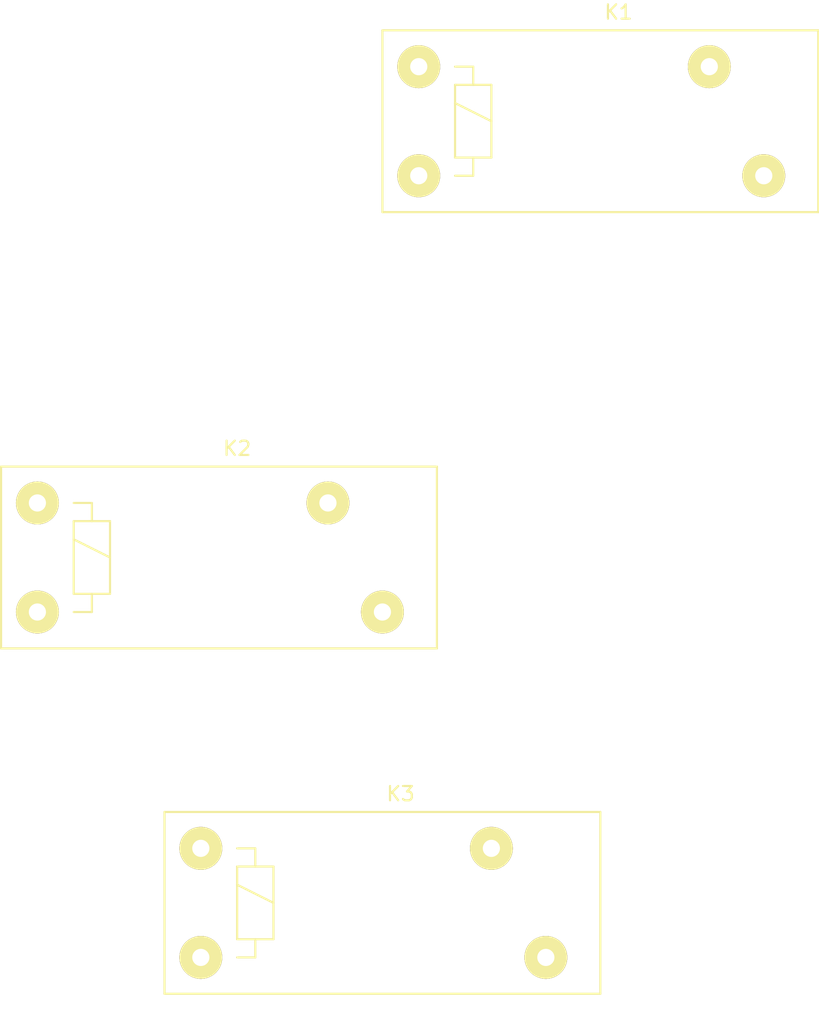
<source format=kicad_pcb>
(kicad_pcb (version 4) (host pcbnew 4.0.2-4+6225~38~ubuntu14.04.1-stable)

  (general
    (links 0)
    (no_connects 0)
    (area 101.324999 63.645 159.025001 135.595)
    (thickness 1.6)
    (drawings 0)
    (tracks 0)
    (zones 0)
    (modules 3)
    (nets 1)
  )

  (page A4)
  (layers
    (0 F.Cu signal)
    (31 B.Cu signal)
    (32 B.Adhes user)
    (33 F.Adhes user)
    (34 B.Paste user)
    (35 F.Paste user)
    (36 B.SilkS user)
    (37 F.SilkS user)
    (38 B.Mask user)
    (39 F.Mask user)
    (40 Dwgs.User user)
    (41 Cmts.User user)
    (42 Eco1.User user)
    (43 Eco2.User user)
    (44 Edge.Cuts user)
    (45 Margin user)
    (46 B.CrtYd user)
    (47 F.CrtYd user)
    (48 B.Fab user)
    (49 F.Fab user)
  )

  (setup
    (last_trace_width 0.25)
    (trace_clearance 0.2)
    (zone_clearance 0.508)
    (zone_45_only no)
    (trace_min 0.2)
    (segment_width 0.2)
    (edge_width 0.15)
    (via_size 0.6)
    (via_drill 0.4)
    (via_min_size 0.4)
    (via_min_drill 0.3)
    (uvia_size 0.3)
    (uvia_drill 0.1)
    (uvias_allowed no)
    (uvia_min_size 0.2)
    (uvia_min_drill 0.1)
    (pcb_text_width 0.3)
    (pcb_text_size 1.5 1.5)
    (mod_edge_width 0.15)
    (mod_text_size 1 1)
    (mod_text_width 0.15)
    (pad_size 1.524 1.524)
    (pad_drill 0.762)
    (pad_to_mask_clearance 0.2)
    (aux_axis_origin 0 0)
    (visible_elements FFFFFF7F)
    (pcbplotparams
      (layerselection 0x00030_80000001)
      (usegerberextensions false)
      (excludeedgelayer true)
      (linewidth 0.100000)
      (plotframeref false)
      (viasonmask false)
      (mode 1)
      (useauxorigin false)
      (hpglpennumber 1)
      (hpglpenspeed 20)
      (hpglpendiameter 15)
      (hpglpenoverlay 2)
      (psnegative false)
      (psa4output false)
      (plotreference true)
      (plotvalue true)
      (plotinvisibletext false)
      (padsonsilk false)
      (subtractmaskfromsilk false)
      (outputformat 1)
      (mirror false)
      (drillshape 1)
      (scaleselection 1)
      (outputdirectory ""))
  )

  (net 0 "")

  (net_class Default "This is the default net class."
    (clearance 0.2)
    (trace_width 0.25)
    (via_dia 0.6)
    (via_drill 0.4)
    (uvia_dia 0.3)
    (uvia_drill 0.1)
  )

  (module Relays_ThroughHole:Relay_SPDT_Schrack-RP-II-1_RM3-5mm (layer F.Cu) (tedit 54C87679) (tstamp 56EC542A)
    (at 130.81 76.2)
    (descr "Relay, SPST, Schrack-RP-II/1, RM3.5mm, 8A250VAC")
    (tags "Relay, SPST,  Schrack-RP-II/1, RM3.5mm, 8A 250V AC, Reais. 1 x ein,")
    (path /56EC52F0)
    (fp_text reference K1 (at 13.97 -11.43) (layer F.SilkS)
      (effects (font (size 1 1) (thickness 0.15)))
    )
    (fp_text value RELAY_FTR_H2 (at 12.192 3.81) (layer F.Fab)
      (effects (font (size 1 1) (thickness 0.15)))
    )
    (fp_line (start 2.54 -5.08) (end 5.08 -3.81) (layer F.SilkS) (width 0.15))
    (fp_line (start 3.81 -1.27) (end 3.81 0) (layer F.SilkS) (width 0.15))
    (fp_line (start 3.81 0) (end 2.54 0) (layer F.SilkS) (width 0.15))
    (fp_line (start 2.54 -7.62) (end 3.81 -7.62) (layer F.SilkS) (width 0.15))
    (fp_line (start 3.81 -7.62) (end 3.81 -6.35) (layer F.SilkS) (width 0.15))
    (fp_line (start 3.81 -6.35) (end 5.08 -6.35) (layer F.SilkS) (width 0.15))
    (fp_line (start 5.08 -6.35) (end 5.08 -1.27) (layer F.SilkS) (width 0.15))
    (fp_line (start 5.08 -1.27) (end 2.54 -1.27) (layer F.SilkS) (width 0.15))
    (fp_line (start 2.54 -1.27) (end 2.54 -6.35) (layer F.SilkS) (width 0.15))
    (fp_line (start 2.54 -6.35) (end 3.81 -6.35) (layer F.SilkS) (width 0.15))
    (fp_line (start -2.54 -10.16) (end 27.94 -10.16) (layer F.SilkS) (width 0.15))
    (fp_line (start 27.94 -10.16) (end 27.94 2.54) (layer F.SilkS) (width 0.15))
    (fp_line (start 27.94 2.54) (end -2.54 2.54) (layer F.SilkS) (width 0.15))
    (fp_line (start -2.54 2.54) (end -2.54 -10.16) (layer F.SilkS) (width 0.15))
    (pad A1 thru_hole circle (at 0 -7.62) (size 2.99974 2.99974) (drill 1.19888) (layers *.Cu *.Mask F.SilkS))
    (pad A2 thru_hole circle (at 0 0) (size 2.99974 2.99974) (drill 1.19888) (layers *.Cu *.Mask F.SilkS))
    (pad 11 thru_hole circle (at 20.32 -7.62) (size 2.99974 2.99974) (drill 1.19888) (layers *.Cu *.Mask F.SilkS))
    (pad 14 thru_hole circle (at 24.13 0) (size 2.99974 2.99974) (drill 1.19888) (layers *.Cu *.Mask F.SilkS))
  )

  (module Relays_ThroughHole:Relay_SPDT_Schrack-RP-II-1_RM3-5mm (layer F.Cu) (tedit 54C87679) (tstamp 56EC5432)
    (at 104.14 106.68)
    (descr "Relay, SPST, Schrack-RP-II/1, RM3.5mm, 8A250VAC")
    (tags "Relay, SPST,  Schrack-RP-II/1, RM3.5mm, 8A 250V AC, Reais. 1 x ein,")
    (path /56EC5291)
    (fp_text reference K2 (at 13.97 -11.43) (layer F.SilkS)
      (effects (font (size 1 1) (thickness 0.15)))
    )
    (fp_text value RELAY_FTR_H2 (at 12.192 3.81) (layer F.Fab)
      (effects (font (size 1 1) (thickness 0.15)))
    )
    (fp_line (start 2.54 -5.08) (end 5.08 -3.81) (layer F.SilkS) (width 0.15))
    (fp_line (start 3.81 -1.27) (end 3.81 0) (layer F.SilkS) (width 0.15))
    (fp_line (start 3.81 0) (end 2.54 0) (layer F.SilkS) (width 0.15))
    (fp_line (start 2.54 -7.62) (end 3.81 -7.62) (layer F.SilkS) (width 0.15))
    (fp_line (start 3.81 -7.62) (end 3.81 -6.35) (layer F.SilkS) (width 0.15))
    (fp_line (start 3.81 -6.35) (end 5.08 -6.35) (layer F.SilkS) (width 0.15))
    (fp_line (start 5.08 -6.35) (end 5.08 -1.27) (layer F.SilkS) (width 0.15))
    (fp_line (start 5.08 -1.27) (end 2.54 -1.27) (layer F.SilkS) (width 0.15))
    (fp_line (start 2.54 -1.27) (end 2.54 -6.35) (layer F.SilkS) (width 0.15))
    (fp_line (start 2.54 -6.35) (end 3.81 -6.35) (layer F.SilkS) (width 0.15))
    (fp_line (start -2.54 -10.16) (end 27.94 -10.16) (layer F.SilkS) (width 0.15))
    (fp_line (start 27.94 -10.16) (end 27.94 2.54) (layer F.SilkS) (width 0.15))
    (fp_line (start 27.94 2.54) (end -2.54 2.54) (layer F.SilkS) (width 0.15))
    (fp_line (start -2.54 2.54) (end -2.54 -10.16) (layer F.SilkS) (width 0.15))
    (pad A1 thru_hole circle (at 0 -7.62) (size 2.99974 2.99974) (drill 1.19888) (layers *.Cu *.Mask F.SilkS))
    (pad A2 thru_hole circle (at 0 0) (size 2.99974 2.99974) (drill 1.19888) (layers *.Cu *.Mask F.SilkS))
    (pad 11 thru_hole circle (at 20.32 -7.62) (size 2.99974 2.99974) (drill 1.19888) (layers *.Cu *.Mask F.SilkS))
    (pad 14 thru_hole circle (at 24.13 0) (size 2.99974 2.99974) (drill 1.19888) (layers *.Cu *.Mask F.SilkS))
  )

  (module Relays_ThroughHole:Relay_SPDT_Schrack-RP-II-1_RM3-5mm (layer F.Cu) (tedit 54C87679) (tstamp 56EC543A)
    (at 115.57 130.81)
    (descr "Relay, SPST, Schrack-RP-II/1, RM3.5mm, 8A250VAC")
    (tags "Relay, SPST,  Schrack-RP-II/1, RM3.5mm, 8A 250V AC, Reais. 1 x ein,")
    (path /56EC521A)
    (fp_text reference K3 (at 13.97 -11.43) (layer F.SilkS)
      (effects (font (size 1 1) (thickness 0.15)))
    )
    (fp_text value RELAY_FTR_H2 (at 12.192 3.81) (layer F.Fab)
      (effects (font (size 1 1) (thickness 0.15)))
    )
    (fp_line (start 2.54 -5.08) (end 5.08 -3.81) (layer F.SilkS) (width 0.15))
    (fp_line (start 3.81 -1.27) (end 3.81 0) (layer F.SilkS) (width 0.15))
    (fp_line (start 3.81 0) (end 2.54 0) (layer F.SilkS) (width 0.15))
    (fp_line (start 2.54 -7.62) (end 3.81 -7.62) (layer F.SilkS) (width 0.15))
    (fp_line (start 3.81 -7.62) (end 3.81 -6.35) (layer F.SilkS) (width 0.15))
    (fp_line (start 3.81 -6.35) (end 5.08 -6.35) (layer F.SilkS) (width 0.15))
    (fp_line (start 5.08 -6.35) (end 5.08 -1.27) (layer F.SilkS) (width 0.15))
    (fp_line (start 5.08 -1.27) (end 2.54 -1.27) (layer F.SilkS) (width 0.15))
    (fp_line (start 2.54 -1.27) (end 2.54 -6.35) (layer F.SilkS) (width 0.15))
    (fp_line (start 2.54 -6.35) (end 3.81 -6.35) (layer F.SilkS) (width 0.15))
    (fp_line (start -2.54 -10.16) (end 27.94 -10.16) (layer F.SilkS) (width 0.15))
    (fp_line (start 27.94 -10.16) (end 27.94 2.54) (layer F.SilkS) (width 0.15))
    (fp_line (start 27.94 2.54) (end -2.54 2.54) (layer F.SilkS) (width 0.15))
    (fp_line (start -2.54 2.54) (end -2.54 -10.16) (layer F.SilkS) (width 0.15))
    (pad A1 thru_hole circle (at 0 -7.62) (size 2.99974 2.99974) (drill 1.19888) (layers *.Cu *.Mask F.SilkS))
    (pad A2 thru_hole circle (at 0 0) (size 2.99974 2.99974) (drill 1.19888) (layers *.Cu *.Mask F.SilkS))
    (pad 11 thru_hole circle (at 20.32 -7.62) (size 2.99974 2.99974) (drill 1.19888) (layers *.Cu *.Mask F.SilkS))
    (pad 14 thru_hole circle (at 24.13 0) (size 2.99974 2.99974) (drill 1.19888) (layers *.Cu *.Mask F.SilkS))
  )

)

</source>
